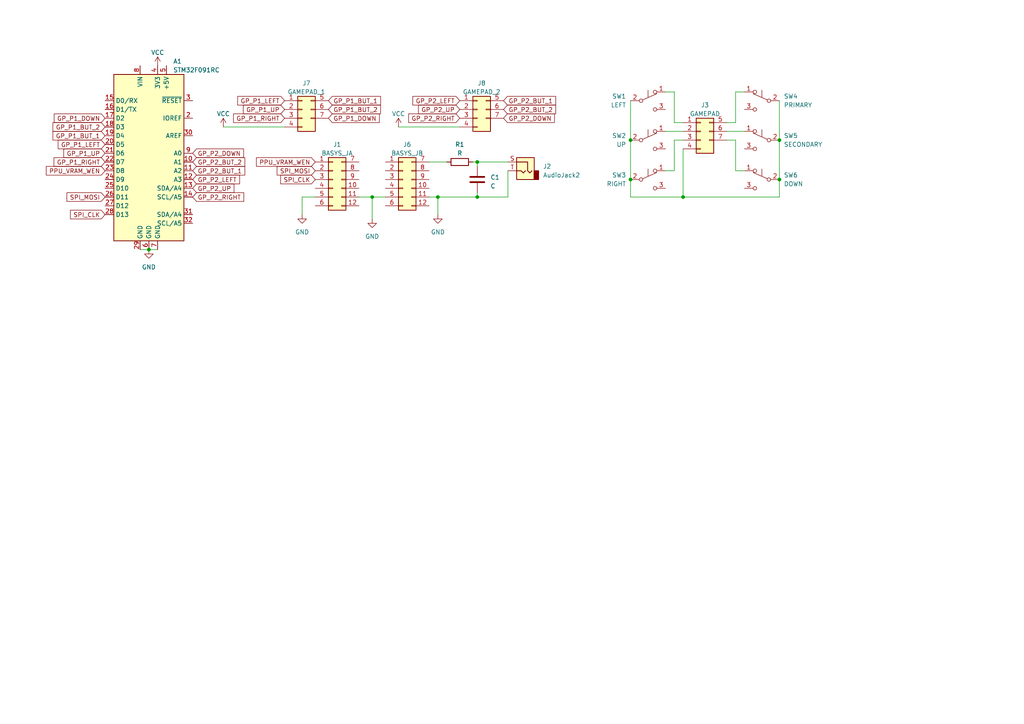
<source format=kicad_sch>
(kicad_sch (version 20230121) (generator eeschema)
  (paper "A4")
  (lib_symbols
    (symbol "Connector_Audio:AudioJack2"
      (property "Reference" "J" (at 0 8.89 0))
      (property "Value" "AudioJack2" (at 0 6.35 0))
      (symbol "AudioJack2_0_1"
        (rectangle (start -3.81 0) (end -2.54 -2.54) (stroke (width 0.254)) (fill (type outline)))
        (rectangle (start -2.54 3.81) (end 2.54 -2.54) (stroke (width 0.254)) (fill (type background)))
        (polyline (pts (xy 0 0) (xy 0.635 -0.635) (xy 1.27 0) (xy 2.54 0)) (stroke (width 0.254)))
        (polyline (pts (xy 2.54 2.54) (xy -0.635 2.54) (xy -0.635 0) (xy -1.27 -0.635) (xy -1.905 0)) (stroke (width 0.254)))
      )
      (symbol "AudioJack2_1_1"
        (pin passive line (at 5.08 2.54 180) (length 2.54) (name "~") (number "S"))
        (pin passive line (at 5.08 0 180) (length 2.54) (name "~") (number "T"))
      )
    )
    (symbol "Connector_Generic:Conn_02x04_Top_Bottom" (pin_names (offset 1.016) hide)
      (property "Reference" "J7" (at 1.27 7.62 0))
      (property "Value" "Conn_02x04_Top_Bottom" (at 1.27 5.08 0))
      (symbol "Conn_02x04_Top_Bottom_1_1"
        (rectangle (start -1.27 -4.953) (end 0 -5.207) (stroke (width 0.1524)))
        (rectangle (start -1.27 -2.413) (end 0 -2.667) (stroke (width 0.1524)))
        (rectangle (start -1.27 0.127) (end 0 -0.127) (stroke (width 0.1524)))
        (rectangle (start -1.27 2.667) (end 0 2.413) (stroke (width 0.1524)))
        (rectangle (start -1.27 3.81) (end 3.81 -6.35) (stroke (width 0.254)) (fill (type background)))
        (rectangle (start 3.81 -2.413) (end 2.54 -2.667) (stroke (width 0.1524)))
        (rectangle (start 3.81 0.127) (end 2.54 -0.127) (stroke (width 0.1524)))
        (rectangle (start 3.81 2.667) (end 2.54 2.413) (stroke (width 0.1524)))
        (pin output line (at -5.08 2.54 0) (length 3.81) (name "UP") (number "1"))
        (pin output line (at -5.08 0 0) (length 3.81) (name "DOWN") (number "2"))
        (pin output line (at -5.08 -2.54 0) (length 3.81) (name "LEFT") (number "3"))
        (pin input line (at -5.08 -5.08 0) (length 3.81) (name "VCC") (number "4"))
        (pin output line (at 7.62 2.54 180) (length 3.81) (name "RIGHT") (number "5"))
        (pin output line (at 7.62 0 180) (length 3.81) (name "PRIMARY") (number "6"))
        (pin output line (at 7.62 -2.54 180) (length 3.81) (name "SECONDARY") (number "7"))
      )
    )
    (symbol "Connector_Generic:Conn_02x06_Top_Bottom" (pin_names (offset 1.016) hide)
      (property "Reference" "J" (at 1.27 7.62 0))
      (property "Value" "Conn_02x06_Top_Bottom" (at 1.27 -10.16 0))
      (symbol "Conn_02x06_Top_Bottom_1_1"
        (rectangle (start -1.27 -7.493) (end 0 -7.747) (stroke (width 0.1524)))
        (rectangle (start -1.27 -4.953) (end 0 -5.207) (stroke (width 0.1524)))
        (rectangle (start -1.27 -2.413) (end 0 -2.667) (stroke (width 0.1524)))
        (rectangle (start -1.27 0.127) (end 0 -0.127) (stroke (width 0.1524)))
        (rectangle (start -1.27 2.667) (end 0 2.413) (stroke (width 0.1524)))
        (rectangle (start -1.27 5.207) (end 0 4.953) (stroke (width 0.1524)))
        (rectangle (start -1.27 6.35) (end 3.81 -8.89) (stroke (width 0.254)) (fill (type background)))
        (rectangle (start 3.81 -7.493) (end 2.54 -7.747) (stroke (width 0.1524)))
        (rectangle (start 3.81 -4.953) (end 2.54 -5.207) (stroke (width 0.1524)))
        (rectangle (start 3.81 -2.413) (end 2.54 -2.667) (stroke (width 0.1524)))
        (rectangle (start 3.81 0.127) (end 2.54 -0.127) (stroke (width 0.1524)))
        (rectangle (start 3.81 2.667) (end 2.54 2.413) (stroke (width 0.1524)))
        (rectangle (start 3.81 5.207) (end 2.54 4.953) (stroke (width 0.1524)))
        (pin passive line (at -5.08 5.08 0) (length 3.81) (name "Pin_1") (number "1"))
        (pin passive line (at 7.62 -2.54 180) (length 3.81) (name "Pin_10") (number "10"))
        (pin passive line (at 7.62 -5.08 180) (length 3.81) (name "Pin_11") (number "11"))
        (pin passive line (at 7.62 -7.62 180) (length 3.81) (name "Pin_12") (number "12"))
        (pin passive line (at -5.08 2.54 0) (length 3.81) (name "Pin_2") (number "2"))
        (pin passive line (at -5.08 0 0) (length 3.81) (name "Pin_3") (number "3"))
        (pin passive line (at -5.08 -2.54 0) (length 3.81) (name "Pin_4") (number "4"))
        (pin passive line (at -5.08 -5.08 0) (length 3.81) (name "Pin_5") (number "5"))
        (pin passive line (at -5.08 -7.62 0) (length 3.81) (name "Pin_6") (number "6"))
        (pin passive line (at 7.62 5.08 180) (length 3.81) (name "Pin_7") (number "7"))
        (pin passive line (at 7.62 2.54 180) (length 3.81) (name "Pin_8") (number "8"))
        (pin passive line (at 7.62 0 180) (length 3.81) (name "Pin_9") (number "9"))
      )
    )
    (symbol "Device:C" (pin_numbers hide) (pin_names (offset 0.254))
      (property "Reference" "C" (at 0.635 2.54 0))
      (property "Value" "C" (at 0.635 -2.54 0))
      (symbol "C_0_1"
        (polyline (pts (xy -2.032 -0.762) (xy 2.032 -0.762)) (stroke (width 0.508)))
        (polyline (pts (xy -2.032 0.762) (xy 2.032 0.762)) (stroke (width 0.508)))
      )
      (symbol "C_1_1"
        (pin passive line (at 0 3.81 270) (length 2.794) (name "~") (number "1"))
        (pin passive line (at 0 -3.81 90) (length 2.794) (name "~") (number "2"))
      )
    )
    (symbol "Device:R" (pin_numbers hide) (pin_names (offset 0))
      (property "Reference" "R" (at 2.032 0 90))
      (property "Value" "R" (at 0 0 90))
      (symbol "R_0_1"
        (rectangle (start -1.016 -2.54) (end 1.016 2.54) (stroke (width 0.254)))
      )
      (symbol "R_1_1"
        (pin passive line (at 0 3.81 270) (length 1.27) (name "~") (number "1"))
        (pin passive line (at 0 -3.81 90) (length 1.27) (name "~") (number "2"))
      )
    )
    (symbol "MCU_Module:Arduino_UNO_R3"
      (property "Reference" "A" (at -10.16 23.495 0))
      (property "Value" "Arduino_UNO_R3" (at 5.08 -26.67 0))
      (symbol "Arduino_UNO_R3_0_1"
        (rectangle (start -10.16 22.86) (end 10.16 -25.4) (stroke (width 0.254)) (fill (type background)))
      )
      (symbol "Arduino_UNO_R3_1_1"
        (pin no_connect line (at -10.16 -20.32 0) (length 2.54) hide (name "NC") (number "1"))
        (pin bidirectional line (at 12.7 -2.54 180) (length 2.54) (name "A1") (number "10"))
        (pin bidirectional line (at 12.7 -5.08 180) (length 2.54) (name "A2") (number "11"))
        (pin bidirectional line (at 12.7 -7.62 180) (length 2.54) (name "A3") (number "12"))
        (pin bidirectional line (at 12.7 -10.16 180) (length 2.54) (name "SDA/A4") (number "13"))
        (pin bidirectional line (at 12.7 -12.7 180) (length 2.54) (name "SCL/A5") (number "14"))
        (pin bidirectional line (at -12.7 15.24 0) (length 2.54) (name "D0/RX") (number "15"))
        (pin bidirectional line (at -12.7 12.7 0) (length 2.54) (name "D1/TX") (number "16"))
        (pin bidirectional line (at -12.7 10.16 0) (length 2.54) (name "D2") (number "17"))
        (pin bidirectional line (at -12.7 7.62 0) (length 2.54) (name "D3") (number "18"))
        (pin bidirectional line (at -12.7 5.08 0) (length 2.54) (name "D4") (number "19"))
        (pin output line (at 12.7 10.16 180) (length 2.54) (name "IOREF") (number "2"))
        (pin bidirectional line (at -12.7 2.54 0) (length 2.54) (name "D5") (number "20"))
        (pin bidirectional line (at -12.7 0 0) (length 2.54) (name "D6") (number "21"))
        (pin bidirectional line (at -12.7 -2.54 0) (length 2.54) (name "D7") (number "22"))
        (pin bidirectional line (at -12.7 -5.08 0) (length 2.54) (name "D8") (number "23"))
        (pin bidirectional line (at -12.7 -7.62 0) (length 2.54) (name "D9") (number "24"))
        (pin bidirectional line (at -12.7 -10.16 0) (length 2.54) (name "D10") (number "25"))
        (pin bidirectional line (at -12.7 -12.7 0) (length 2.54) (name "D11") (number "26"))
        (pin bidirectional line (at -12.7 -15.24 0) (length 2.54) (name "D12") (number "27"))
        (pin bidirectional line (at -12.7 -17.78 0) (length 2.54) (name "D13") (number "28"))
        (pin power_in line (at -2.54 -27.94 90) (length 2.54) (name "GND") (number "29"))
        (pin input line (at 12.7 15.24 180) (length 2.54) (name "~{RESET}") (number "3"))
        (pin input line (at 12.7 5.08 180) (length 2.54) (name "AREF") (number "30"))
        (pin bidirectional line (at 12.7 -17.78 180) (length 2.54) (name "SDA/A4") (number "31"))
        (pin bidirectional line (at 12.7 -20.32 180) (length 2.54) (name "SCL/A5") (number "32"))
        (pin power_out line (at 2.54 25.4 270) (length 2.54) (name "3V3") (number "4"))
        (pin power_out line (at 5.08 25.4 270) (length 2.54) (name "+5V") (number "5"))
        (pin power_in line (at 0 -27.94 90) (length 2.54) (name "GND") (number "6"))
        (pin power_in line (at 2.54 -27.94 90) (length 2.54) (name "GND") (number "7"))
        (pin power_in line (at -2.54 25.4 270) (length 2.54) (name "VIN") (number "8"))
        (pin bidirectional line (at 12.7 0 180) (length 2.54) (name "A0") (number "9"))
      )
    )
    (symbol "Switch:SW_Push_SPDT" (pin_names (offset 0) hide)
      (property "Reference" "SW" (at 0 4.318 0))
      (property "Value" "SW_Push_SPDT" (at 0 -5.08 0))
      (symbol "SW_Push_SPDT_0_0"
        (circle (center -2.032 0) (radius 0.508))
        (polyline (pts (xy 0 1.016) (xy 0 3.048)))
        (circle (center 2.032 -2.54) (radius 0.508))
      )
      (symbol "SW_Push_SPDT_0_1"
        (polyline (pts (xy -1.524 0.254) (xy 2.54 2.032)))
        (circle (center 2.032 2.54) (radius 0.508))
      )
      (symbol "SW_Push_SPDT_1_1"
        (pin passive line (at 5.08 2.54 180) (length 2.54) (name "A") (number "1"))
        (pin passive line (at -5.08 0 0) (length 2.54) (name "B") (number "2"))
        (pin passive line (at 5.08 -2.54 180) (length 2.54) (name "C") (number "3"))
      )
    )
    (symbol "power:GND" (power) (pin_names (offset 0))
      (property "Value" "GND" (at 0 -3.81 0))
      (symbol "GND_0_1"
        (polyline (pts (xy 0 0) (xy 0 -1.27) (xy 1.27 -1.27) (xy 0 -2.54) (xy -1.27 -1.27) (xy 0 -1.27)))
      )
      (symbol "GND_1_1"
        (pin power_in line (at 0 0 270) (length 0) hide (name "GND") (number "1"))
      )
    )
    (symbol "power:VCC" (power) (pin_names (offset 0))
      (property "Value" "VCC" (at 0 3.81 0))
      (symbol "VCC_0_1"
        (polyline (pts (xy -0.762 1.27) (xy 0 2.54)))
        (polyline (pts (xy 0 0) (xy 0 2.54)))
        (polyline (pts (xy 0 2.54) (xy 0.762 1.27)))
      )
      (symbol "VCC_1_1"
        (pin power_in line (at 0 0 90) (length 0) hide (name "VCC") (number "1"))
      )
    )
  )
  (junction (at 226.06 40.64))
  (junction (at 182.88 52.07))
  (junction (at 107.95 57.15))
  (junction (at 138.43 57.15))
  (junction (at 43.18 72.39))
  (junction (at 198.12 57.15))
  (junction (at 182.88 40.64))
  (junction (at 138.43 46.99))
  (junction (at 226.06 52.07))
  (junction (at 127 57.15))
  (wire (pts (xy 195.58 35.56) (xy 198.12 35.56)))
  (wire (pts (xy 138.43 57.15) (xy 138.43 55.88)))
  (wire (pts (xy 195.58 26.67) (xy 195.58 35.56)))
  (wire (pts (xy 87.63 57.15) (xy 91.44 57.15)))
  (wire (pts (xy 127 57.15) (xy 127 62.23)))
  (wire (pts (xy 137.16 46.99) (xy 138.43 46.99)))
  (wire (pts (xy 182.88 57.15) (xy 198.12 57.15)))
  (wire (pts (xy 107.95 57.15) (xy 107.95 63.5)))
  (wire (pts (xy 226.06 29.21) (xy 226.06 40.64)))
  (wire (pts (xy 138.43 48.26) (xy 138.43 46.99)))
  (wire (pts (xy 182.88 40.64) (xy 182.88 52.07)))
  (wire (pts (xy 210.82 38.1) (xy 215.9 38.1)))
  (wire (pts (xy 226.06 52.07) (xy 226.06 57.15)))
  (wire (pts (xy 193.04 26.67) (xy 195.58 26.67)))
  (wire (pts (xy 193.04 49.53) (xy 195.58 49.53)))
  (wire (pts (xy 43.18 72.39) (xy 45.72 72.39)))
  (wire (pts (xy 195.58 49.53) (xy 195.58 40.64)))
  (wire (pts (xy 138.43 57.15) (xy 147.32 57.15)))
  (wire (pts (xy 226.06 40.64) (xy 226.06 52.07)))
  (wire (pts (xy 213.36 26.67) (xy 215.9 26.67)))
  (wire (pts (xy 147.32 46.99) (xy 138.43 46.99)))
  (wire (pts (xy 198.12 57.15) (xy 198.12 43.18)))
  (wire (pts (xy 226.06 57.15) (xy 198.12 57.15)))
  (wire (pts (xy 210.82 40.64) (xy 213.36 40.64)))
  (wire (pts (xy 213.36 35.56) (xy 213.36 26.67)))
  (wire (pts (xy 115.57 36.83) (xy 133.35 36.83)))
  (wire (pts (xy 124.46 46.99) (xy 129.54 46.99)))
  (wire (pts (xy 210.82 35.56) (xy 213.36 35.56)))
  (wire (pts (xy 40.64 72.39) (xy 43.18 72.39)))
  (wire (pts (xy 195.58 40.64) (xy 198.12 40.64)))
  (wire (pts (xy 127 57.15) (xy 138.43 57.15)))
  (wire (pts (xy 213.36 40.64) (xy 213.36 49.53)))
  (wire (pts (xy 213.36 49.53) (xy 215.9 49.53)))
  (wire (pts (xy 107.95 57.15) (xy 111.76 57.15)))
  (wire (pts (xy 182.88 29.21) (xy 182.88 40.64)))
  (wire (pts (xy 182.88 52.07) (xy 182.88 57.15)))
  (wire (pts (xy 193.04 38.1) (xy 198.12 38.1)))
  (wire (pts (xy 147.32 57.15) (xy 147.32 49.53)))
  (wire (pts (xy 87.63 57.15) (xy 87.63 62.23)))
  (wire (pts (xy 104.14 57.15) (xy 107.95 57.15)))
  (wire (pts (xy 64.77 36.83) (xy 82.55 36.83)))
  (wire (pts (xy 124.46 57.15) (xy 127 57.15)))
  (global_label "GP_P2_LEFT" (shape input) (at 133.35 29.21 180) (property "Intersheetrefs" "${INTERSHEET_REFS}" (effects hide)))
  (global_label "GP_P1_LEFT" (shape input) (at 30.48 41.91 180) (property "Intersheetrefs" "${INTERSHEET_REFS}" (effects hide)))
  (global_label "GP_P1_BUT_2" (shape input) (at 95.25 31.75 0) (property "Intersheetrefs" "${INTERSHEET_REFS}" (effects hide)))
  (global_label "GP_P1_RIGHT" (shape input) (at 30.48 46.99 180) (property "Intersheetrefs" "${INTERSHEET_REFS}" (effects hide)))
  (global_label "GP_P1_DOWN" (shape input) (at 30.48 34.29 180) (property "Intersheetrefs" "${INTERSHEET_REFS}" (effects hide)))
  (global_label "PPU_VRAM_WEN" (shape input) (at 30.48 49.53 180) (property "Intersheetrefs" "${INTERSHEET_REFS}" (effects hide)))
  (global_label "GP_P1_BUT_1" (shape input) (at 30.48 39.37 180) (property "Intersheetrefs" "${INTERSHEET_REFS}" (effects hide)))
  (global_label "GP_P1_RIGHT" (shape input) (at 82.55 34.29 180) (property "Intersheetrefs" "${INTERSHEET_REFS}" (effects hide)))
  (global_label "GP_P2_DOWN" (shape input) (at 55.88 44.45 0) (property "Intersheetrefs" "${INTERSHEET_REFS}" (effects hide)))
  (global_label "GP_P2_RIGHT" (shape input) (at 55.88 57.15 0) (property "Intersheetrefs" "${INTERSHEET_REFS}" (effects hide)))
  (global_label "GP_P2_LEFT" (shape input) (at 55.88 52.07 0) (property "Intersheetrefs" "${INTERSHEET_REFS}" (effects hide)))
  (global_label "GP_P2_UP" (shape input) (at 133.35 31.75 180) (property "Intersheetrefs" "${INTERSHEET_REFS}" (effects hide)))
  (global_label "GP_P1_LEFT" (shape input) (at 82.55 29.21 180) (property "Intersheetrefs" "${INTERSHEET_REFS}" (effects hide)))
  (global_label "GP_P1_UP" (shape input) (at 82.55 31.75 180) (property "Intersheetrefs" "${INTERSHEET_REFS}" (effects hide)))
  (global_label "SPI_CLK" (shape input) (at 91.44 52.07 180) (property "Intersheetrefs" "${INTERSHEET_REFS}" (effects hide)))
  (global_label "GP_P1_BUT_1" (shape input) (at 95.25 29.21 0) (property "Intersheetrefs" "${INTERSHEET_REFS}" (effects hide)))
  (global_label "SPI_MOSI" (shape input) (at 30.48 57.15 180) (property "Intersheetrefs" "${INTERSHEET_REFS}" (effects hide)))
  (global_label "GP_P1_UP" (shape input) (at 30.48 44.45 180) (property "Intersheetrefs" "${INTERSHEET_REFS}" (effects hide)))
  (global_label "GP_P2_DOWN" (shape input) (at 146.05 34.29 0) (property "Intersheetrefs" "${INTERSHEET_REFS}" (effects hide)))
  (global_label "GP_P2_UP" (shape input) (at 55.88 54.61 0) (property "Intersheetrefs" "${INTERSHEET_REFS}" (effects hide)))
  (global_label "GP_P1_DOWN" (shape input) (at 95.25 34.29 0) (property "Intersheetrefs" "${INTERSHEET_REFS}" (effects hide)))
  (global_label "GP_P2_RIGHT" (shape input) (at 133.35 34.29 180) (property "Intersheetrefs" "${INTERSHEET_REFS}" (effects hide)))
  (global_label "GP_P2_BUT_1" (shape input) (at 55.88 49.53 0) (property "Intersheetrefs" "${INTERSHEET_REFS}" (effects hide)))
  (global_label "GP_P1_BUT_2" (shape input) (at 30.48 36.83 180) (property "Intersheetrefs" "${INTERSHEET_REFS}" (effects hide)))
  (global_label "SPI_MOSI" (shape input) (at 91.44 49.53 180) (property "Intersheetrefs" "${INTERSHEET_REFS}" (effects hide)))
  (global_label "PPU_VRAM_WEN" (shape input) (at 91.44 46.99 180) (property "Intersheetrefs" "${INTERSHEET_REFS}" (effects hide)))
  (global_label "SPI_CLK" (shape input) (at 30.48 62.23 180) (property "Intersheetrefs" "${INTERSHEET_REFS}" (effects hide)))
  (global_label "GP_P2_BUT_2" (shape input) (at 55.88 46.99 0) (property "Intersheetrefs" "${INTERSHEET_REFS}" (effects hide)))
  (global_label "GP_P2_BUT_2" (shape input) (at 146.05 31.75 0) (property "Intersheetrefs" "${INTERSHEET_REFS}" (effects hide)))
  (global_label "GP_P2_BUT_1" (shape input) (at 146.05 29.21 0) (property "Intersheetrefs" "${INTERSHEET_REFS}" (effects hide)))
  (symbol (lib_id "power:GND") (at 127 62.23 0) (unit 1)
    (property "Reference" "#PWR06" (effects hide))
    (property "Value" "GND" (at 127 67.31 0))
  )
  (symbol (lib_id "Switch:SW_Push_SPDT") (at 220.98 29.21 0) (mirror y) (unit 1)
    (property "Reference" "SW4" (at 227.33 27.94 0) (effects (justify right)))
    (property "Value" "PRIMARY" (at 227.33 30.48 0) (effects (justify right)))
    (property "Footprint" "Button_Switch_THT:SW_PUSH_6mm" (effects hide))
  )
  (symbol (lib_id "power:VCC") (at 115.57 36.83 0) (unit 1)
    (property "Reference" "#PWR02" (effects hide))
    (property "Value" "VCC" (at 115.57 33.02 0))
  )
  (symbol (lib_id "power:VCC") (at 45.72 19.05 0) (unit 1)
    (property "Reference" "#PWR04" (effects hide))
    (property "Value" "VCC" (at 45.72 15.24 0))
  )
  (symbol (lib_id "Connector_Audio:AudioJack2") (at 152.4 49.53 0) (mirror y) (unit 1)
    (property "Reference" "J2" (at 157.48 48.26 0) (effects (justify right)))
    (property "Value" "AudioJack2" (at 157.48 50.8 0) (effects (justify right)))
    (property "Footprint" "Connector_Audio:Jack_3.5mm_CUI_SJ1-3523N_Horizontal" (effects hide))
  )
  (symbol (lib_id "Switch:SW_Push_SPDT") (at 187.96 40.64 0) (unit 1)
    (property "Reference" "SW2" (at 181.61 39.37 0) (effects (justify right)))
    (property "Value" "UP" (at 181.61 41.91 0) (effects (justify right)))
    (property "Footprint" "Button_Switch_THT:SW_PUSH_6mm" (effects hide))
  )
  (symbol (lib_id "Switch:SW_Push_SPDT") (at 187.96 29.21 0) (unit 1)
    (property "Reference" "SW1" (at 181.61 27.94 0) (effects (justify right)))
    (property "Value" "LEFT" (at 181.61 30.48 0) (effects (justify right)))
    (property "Footprint" "Button_Switch_THT:SW_PUSH_6mm" (effects hide))
  )
  (symbol (lib_id "Connector_Generic:Conn_02x04_Top_Bottom") (at 203.2 38.1 0) (unit 1)
    (property "Reference" "J3" (at 204.47 30.48 0))
    (property "Value" "GAMEPAD" (at 204.47 33.02 0))
    (property "Footprint" "Connector_PinHeader_2.54mm:PinHeader_2x04_P2.54mm_Vertical" (effects hide))
  )
  (symbol (lib_id "power:VCC") (at 64.77 36.83 0) (unit 1)
    (property "Reference" "#PWR01" (effects hide))
    (property "Value" "VCC" (at 64.77 33.02 0))
  )
  (symbol (lib_id "Connector_Generic:Conn_02x06_Top_Bottom") (at 96.52 52.07 0) (unit 1)
    (property "Reference" "J1" (at 97.79 41.91 0))
    (property "Value" "BASYS_JA" (at 97.79 44.45 0))
    (property "Footprint" "Connector_PinHeader_2.54mm:PinHeader_2x06_P2.54mm_Vertical" (effects hide))
  )
  (symbol (lib_id "Device:R") (at 133.35 46.99 90) (unit 1)
    (property "Reference" "R1" (at 133.35 41.91 90))
    (property "Value" "R" (at 133.35 44.45 90))
    (property "Footprint" "Resistor_THT:R_Axial_DIN0207_L6.3mm_D2.5mm_P7.62mm_Horizontal" (effects hide))
  )
  (symbol (lib_id "power:GND") (at 107.95 63.5 0) (unit 1)
    (property "Reference" "#PWR07" (effects hide))
    (property "Value" "GND" (at 107.95 68.58 0))
  )
  (symbol (lib_id "Device:C") (at 138.43 52.07 0) (unit 1)
    (property "Reference" "C1" (at 142.24 51.435 0) (effects (justify left)))
    (property "Value" "C" (at 142.24 53.975 0) (effects (justify left)))
    (property "Footprint" "Capacitor_THT:C_Disc_D6.0mm_W2.5mm_P5.00mm" (effects hide))
  )
  (symbol (lib_id "Switch:SW_Push_SPDT") (at 220.98 40.64 0) (mirror y) (unit 1)
    (property "Reference" "SW5" (at 227.33 39.37 0) (effects (justify right)))
    (property "Value" "SECONDARY" (at 227.33 41.91 0) (effects (justify right)))
    (property "Footprint" "Button_Switch_THT:SW_PUSH_6mm" (effects hide))
  )
  (symbol (lib_id "power:GND") (at 43.18 72.39 0) (unit 1)
    (property "Reference" "#PWR03" (effects hide))
    (property "Value" "GND" (at 43.18 77.47 0))
  )
  (symbol (lib_id "Switch:SW_Push_SPDT") (at 187.96 52.07 0) (unit 1)
    (property "Reference" "SW3" (at 181.61 50.8 0) (effects (justify right)))
    (property "Value" "RIGHT" (at 181.61 53.34 0) (effects (justify right)))
    (property "Footprint" "Button_Switch_THT:SW_PUSH_6mm" (effects hide))
  )
  (symbol (lib_id "Connector_Generic:Conn_02x04_Top_Bottom") (at 87.63 31.75 0) (unit 1)
    (property "Reference" "J7" (at 88.9 24.13 0))
    (property "Value" "GAMEPAD_1" (at 88.9 26.67 0))
    (property "Footprint" "Connector_PinHeader_2.54mm:PinHeader_2x04_P2.54mm_Vertical" (effects hide))
  )
  (symbol (lib_id "Connector_Generic:Conn_02x04_Top_Bottom") (at 138.43 31.75 0) (unit 1)
    (property "Reference" "J8" (at 139.7 24.13 0))
    (property "Value" "GAMEPAD_2" (at 139.7 26.67 0))
    (property "Footprint" "Connector_PinHeader_2.54mm:PinHeader_2x04_P2.54mm_Vertical" (effects hide))
  )
  (symbol (lib_id "Switch:SW_Push_SPDT") (at 220.98 52.07 0) (mirror y) (unit 1)
    (property "Reference" "SW6" (at 227.33 50.8 0) (effects (justify right)))
    (property "Value" "DOWN" (at 227.33 53.34 0) (effects (justify right)))
    (property "Footprint" "Button_Switch_THT:SW_PUSH_6mm" (effects hide))
  )
  (symbol (lib_id "MCU_Module:Arduino_UNO_R3") (at 43.18 44.45 0) (unit 1)
    (property "Reference" "A1" (at 50.2159 17.78 0) (effects (justify left)))
    (property "Value" "STM32F091RC" (at 50.2159 20.32 0) (effects (justify left)))
    (property "Footprint" "Module:Arduino_UNO_R3" (effects hide))
  )
  (symbol (lib_id "power:GND") (at 87.63 62.23 0) (unit 1)
    (property "Reference" "#PWR05" (effects hide))
    (property "Value" "GND" (at 87.63 67.31 0))
  )
  (symbol (lib_id "Connector_Generic:Conn_02x06_Top_Bottom") (at 116.84 52.07 0) (unit 1)
    (property "Reference" "J6" (at 118.11 41.91 0))
    (property "Value" "BASYS_JB" (at 118.11 44.45 0))
    (property "Footprint" "Connector_PinHeader_2.54mm:PinHeader_2x06_P2.54mm_Vertical" (effects hide))
  )
)
</source>
